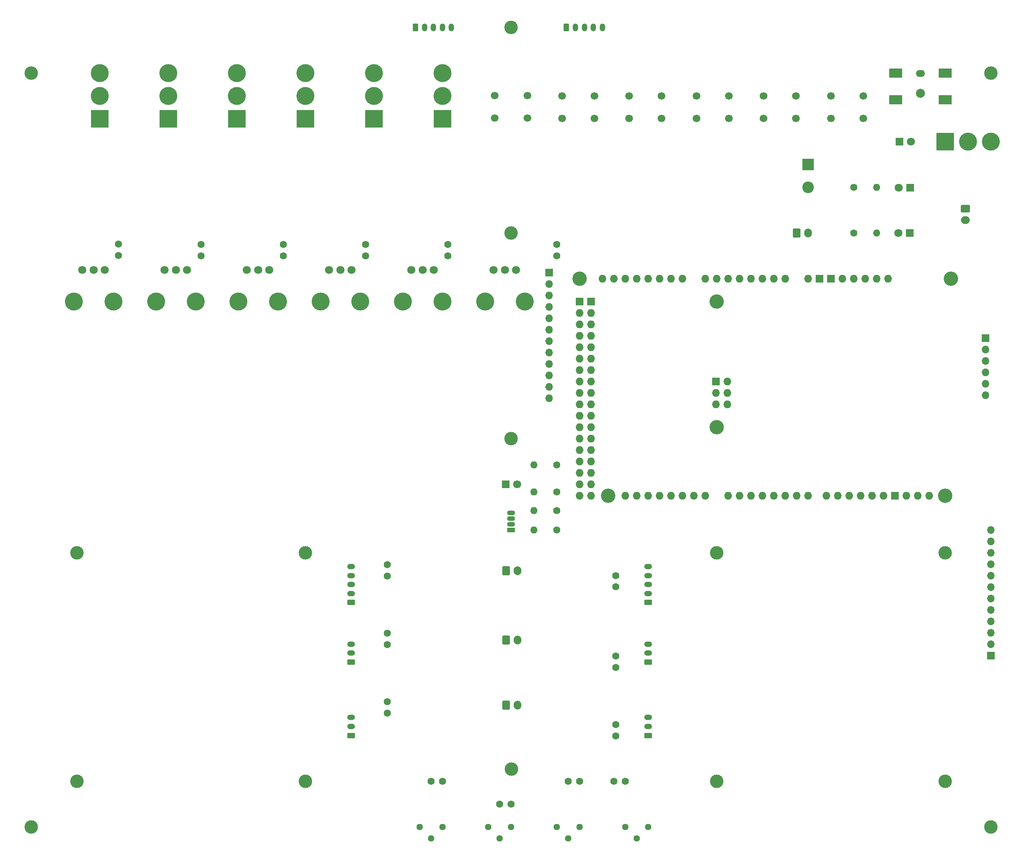
<source format=gbr>
%TF.GenerationSoftware,KiCad,Pcbnew,(7.0.0-0)*%
%TF.CreationDate,2024-03-29T02:07:55+01:00*%
%TF.ProjectId,universalRobotTx,756e6976-6572-4736-916c-526f626f7454,rev?*%
%TF.SameCoordinates,Original*%
%TF.FileFunction,Soldermask,Top*%
%TF.FilePolarity,Negative*%
%FSLAX46Y46*%
G04 Gerber Fmt 4.6, Leading zero omitted, Abs format (unit mm)*
G04 Created by KiCad (PCBNEW (7.0.0-0)) date 2024-03-29 02:07:55*
%MOMM*%
%LPD*%
G01*
G04 APERTURE LIST*
G04 Aperture macros list*
%AMRoundRect*
0 Rectangle with rounded corners*
0 $1 Rounding radius*
0 $2 $3 $4 $5 $6 $7 $8 $9 X,Y pos of 4 corners*
0 Add a 4 corners polygon primitive as box body*
4,1,4,$2,$3,$4,$5,$6,$7,$8,$9,$2,$3,0*
0 Add four circle primitives for the rounded corners*
1,1,$1+$1,$2,$3*
1,1,$1+$1,$4,$5*
1,1,$1+$1,$6,$7*
1,1,$1+$1,$8,$9*
0 Add four rect primitives between the rounded corners*
20,1,$1+$1,$2,$3,$4,$5,0*
20,1,$1+$1,$4,$5,$6,$7,0*
20,1,$1+$1,$6,$7,$8,$9,0*
20,1,$1+$1,$8,$9,$2,$3,0*%
G04 Aperture macros list end*
%ADD10R,1.700000X1.700000*%
%ADD11O,1.700000X1.700000*%
%ADD12O,1.727200X1.727200*%
%ADD13R,1.727200X1.727200*%
%ADD14C,3.200000*%
%ADD15R,4.000000X4.000000*%
%ADD16C,4.000000*%
%ADD17RoundRect,0.250000X-0.600000X-0.750000X0.600000X-0.750000X0.600000X0.750000X-0.600000X0.750000X0*%
%ADD18O,1.700000X2.000000*%
%ADD19RoundRect,0.250000X-0.750000X0.600000X-0.750000X-0.600000X0.750000X-0.600000X0.750000X0.600000X0*%
%ADD20O,2.000000X1.700000*%
%ADD21C,1.600000*%
%ADD22O,1.600000X1.600000*%
%ADD23R,2.600000X2.600000*%
%ADD24C,2.600000*%
%ADD25C,3.000000*%
%ADD26C,1.440000*%
%ADD27C,1.800000*%
%ADD28C,1.700000*%
%ADD29R,1.800000X1.800000*%
%ADD30R,1.800000X1.070000*%
%ADD31O,1.800000X1.070000*%
%ADD32O,1.750000X1.200000*%
%ADD33RoundRect,0.250000X0.625000X-0.350000X0.625000X0.350000X-0.625000X0.350000X-0.625000X-0.350000X0*%
%ADD34R,3.000000X2.000000*%
%ADD35C,2.000000*%
%ADD36O,2.000000X1.500000*%
%ADD37O,1.200000X1.750000*%
%ADD38RoundRect,0.250000X-0.350000X-0.625000X0.350000X-0.625000X0.350000X0.625000X-0.350000X0.625000X0*%
G04 APERTURE END LIST*
D10*
%TO.C,J13*%
X-20319999Y-134619999D03*
D11*
X-20319999Y-132079999D03*
X-20319999Y-129539999D03*
X-20319999Y-126999999D03*
X-20319999Y-124459999D03*
X-20319999Y-121919999D03*
X-20319999Y-119379999D03*
X-20319999Y-116839999D03*
X-20319999Y-114299999D03*
X-20319999Y-111759999D03*
X-20319999Y-109219999D03*
X-20319999Y-106679999D03*
%TD*%
D10*
%TO.C,J15*%
X-118540514Y-49471853D03*
D11*
X-118540514Y-52011853D03*
X-118540514Y-54551853D03*
X-118540514Y-57091853D03*
X-118540514Y-59631853D03*
X-118540514Y-62171853D03*
X-118540514Y-64711853D03*
X-118540514Y-67251853D03*
X-118540514Y-69791853D03*
X-118540514Y-72331853D03*
X-118540514Y-74871853D03*
X-118540514Y-77411853D03*
%TD*%
D10*
%TO.C,J14*%
X-21492353Y-64080078D03*
D11*
X-21492353Y-66620078D03*
X-21492353Y-69160078D03*
X-21492353Y-71700078D03*
X-21492353Y-74240078D03*
X-21492353Y-76780078D03*
%TD*%
D12*
%TO.C,A1*%
X-60959999Y-50799999D03*
X-36575999Y-99059999D03*
X-34035999Y-99059999D03*
X-78866999Y-76199999D03*
X-78866999Y-73659999D03*
X-48259999Y-50799999D03*
X-81406999Y-76199999D03*
X-78866999Y-78739999D03*
X-45719999Y-50799999D03*
D13*
X-111759999Y-55879999D03*
X-109219999Y-55879999D03*
X-81406999Y-73659999D03*
X-58419999Y-50799999D03*
X-55879999Y-50799999D03*
X-41655999Y-99059999D03*
D12*
X-111759999Y-58419999D03*
X-109219999Y-58419999D03*
X-111759999Y-60959999D03*
X-109219999Y-60959999D03*
X-111759999Y-63499999D03*
X-109219999Y-63499999D03*
X-111759999Y-66039999D03*
X-109219999Y-66039999D03*
X-111759999Y-68579999D03*
X-109219999Y-68579999D03*
X-111759999Y-71119999D03*
X-109219999Y-71119999D03*
X-111759999Y-73659999D03*
X-109219999Y-73659999D03*
X-111759999Y-76199999D03*
X-109219999Y-76199999D03*
X-111759999Y-78739999D03*
X-109219999Y-78739999D03*
X-111759999Y-81279999D03*
X-109219999Y-81279999D03*
X-111759999Y-83819999D03*
X-109219999Y-83819999D03*
X-111759999Y-86359999D03*
X-109219999Y-86359999D03*
X-111759999Y-88899999D03*
X-109219999Y-88899999D03*
X-111759999Y-91439999D03*
X-109219999Y-91439999D03*
X-111759999Y-93979999D03*
X-109219999Y-93979999D03*
X-111759999Y-96519999D03*
X-109219999Y-96519999D03*
X-101599999Y-99059999D03*
X-99059999Y-99059999D03*
X-96519999Y-99059999D03*
X-93979999Y-99059999D03*
X-91439999Y-99059999D03*
X-88899999Y-99059999D03*
X-86359999Y-99059999D03*
X-83819999Y-99059999D03*
X-44195999Y-99059999D03*
X-46735999Y-99059999D03*
X-49275999Y-99059999D03*
X-51815999Y-99059999D03*
X-54355999Y-99059999D03*
X-56895999Y-99059999D03*
X-60959999Y-99059999D03*
X-63499999Y-99059999D03*
X-66039999Y-99059999D03*
X-68579999Y-99059999D03*
X-71119999Y-99059999D03*
X-73659999Y-99059999D03*
X-76199999Y-99059999D03*
X-78739999Y-99059999D03*
X-39115999Y-99059999D03*
X-106679999Y-50799999D03*
X-104139999Y-50799999D03*
X-101599999Y-50799999D03*
X-99059999Y-50799999D03*
X-96519999Y-50799999D03*
X-93979999Y-50799999D03*
X-91439999Y-50799999D03*
X-88899999Y-50799999D03*
X-83819999Y-50799999D03*
X-81279999Y-50799999D03*
X-78739999Y-50799999D03*
X-76199999Y-50799999D03*
X-73659999Y-50799999D03*
X-71119999Y-50799999D03*
X-68579999Y-50799999D03*
X-66039999Y-50799999D03*
X-111759999Y-99059999D03*
X-109219999Y-99059999D03*
X-81406999Y-78739999D03*
X-53339999Y-50799999D03*
X-50799999Y-50799999D03*
D14*
X-111760000Y-50800000D03*
X-105410000Y-99060000D03*
X-81280000Y-55880000D03*
X-81280000Y-83820000D03*
D12*
X-43179999Y-50799999D03*
D14*
X-30480000Y-99060000D03*
X-29210000Y-50800000D03*
%TD*%
D15*
%TO.C,SW17*%
X-172719999Y-15239999D03*
D16*
X-172720000Y-10160000D03*
X-172720000Y-5080000D03*
%TD*%
%TO.C,SW16*%
X-142240000Y-5080000D03*
X-142240000Y-10160000D03*
D15*
X-142239999Y-15239999D03*
%TD*%
%TO.C,SW15*%
X-157479999Y-15239999D03*
D16*
X-157480000Y-10160000D03*
X-157480000Y-5080000D03*
%TD*%
D15*
%TO.C,SW14*%
X-203199999Y-15239999D03*
D16*
X-203200000Y-10160000D03*
X-203200000Y-5080000D03*
%TD*%
D15*
%TO.C,SW13*%
X-187959999Y-15239999D03*
D16*
X-187960000Y-10160000D03*
X-187960000Y-5080000D03*
%TD*%
D15*
%TO.C,SW1*%
X-218439999Y-15239999D03*
D16*
X-218440000Y-10160000D03*
X-218440000Y-5080000D03*
%TD*%
D17*
%TO.C,SW5*%
X-128080429Y-145661307D03*
D18*
X-125580428Y-145661306D03*
%TD*%
D17*
%TO.C,SW4*%
X-128080429Y-131199771D03*
D18*
X-125580428Y-131199770D03*
%TD*%
D17*
%TO.C,SW3*%
X-128080429Y-115761307D03*
D18*
X-125580428Y-115761306D03*
%TD*%
D19*
%TO.C,SW6*%
X-25999730Y-35277234D03*
D20*
X-25999729Y-37777233D03*
%TD*%
D21*
%TO.C,R6*%
X-116840000Y-92249283D03*
D22*
X-121919999Y-92249282D03*
%TD*%
D21*
%TO.C,R5*%
X-50800000Y-40640000D03*
D22*
X-45719999Y-40639999D03*
%TD*%
%TO.C,R4*%
X-121918787Y-98260331D03*
D21*
X-116838788Y-98260332D03*
%TD*%
%TO.C,R3*%
X-116840000Y-102409283D03*
D22*
X-121919999Y-102409282D03*
%TD*%
%TO.C,R2*%
X-121919999Y-106679999D03*
D21*
X-116840000Y-106680000D03*
%TD*%
%TO.C,R1*%
X-50800000Y-30480000D03*
D22*
X-45719999Y-30479999D03*
%TD*%
D23*
%TO.C,J3*%
X-60959999Y-25399999D03*
D24*
X-60960000Y-30480000D03*
%TD*%
D25*
%TO.C,H16*%
X-127000000Y5080000D03*
%TD*%
%TO.C,H15*%
X-20320000Y-5080000D03*
%TD*%
%TO.C,H3*%
X-127000000Y-40640000D03*
%TD*%
%TO.C,H2*%
X-126853531Y-159885931D03*
%TD*%
%TO.C,H1*%
X-127000000Y-86360000D03*
%TD*%
D26*
%TO.C,RV13*%
X-127000000Y-172720000D03*
X-129540000Y-175260000D03*
X-132080000Y-172720000D03*
%TD*%
%TO.C,RV12*%
X-111760000Y-172720000D03*
X-114300000Y-175260000D03*
X-116840000Y-172720000D03*
%TD*%
%TO.C,RV11*%
X-96520000Y-172720000D03*
X-99060000Y-175260000D03*
X-101600000Y-172720000D03*
%TD*%
%TO.C,RV7*%
X-142240000Y-172720000D03*
X-144780000Y-175260000D03*
X-147320000Y-172720000D03*
%TD*%
D16*
%TO.C,RV6*%
X-123952000Y-55880000D03*
X-132752000Y-55880000D03*
D27*
X-130852000Y-48880000D03*
X-128352000Y-48880000D03*
X-125852000Y-48880000D03*
%TD*%
D16*
%TO.C,RV5*%
X-142240000Y-55880000D03*
X-151040000Y-55880000D03*
D27*
X-149140000Y-48880000D03*
X-146640000Y-48880000D03*
X-144140000Y-48880000D03*
%TD*%
D16*
%TO.C,RV4*%
X-160528000Y-55880000D03*
X-169328000Y-55880000D03*
D27*
X-167428000Y-48880000D03*
X-164928000Y-48880000D03*
X-162428000Y-48880000D03*
%TD*%
D16*
%TO.C,RV3*%
X-178816000Y-55880000D03*
X-187616000Y-55880000D03*
D27*
X-185716000Y-48880000D03*
X-183216000Y-48880000D03*
X-180716000Y-48880000D03*
%TD*%
D16*
%TO.C,RV2*%
X-197104000Y-55880000D03*
X-205904000Y-55880000D03*
D27*
X-204004000Y-48880000D03*
X-201504000Y-48880000D03*
X-199004000Y-48880000D03*
%TD*%
%TO.C,RV1*%
X-217292000Y-48880000D03*
X-219792000Y-48880000D03*
X-222292000Y-48880000D03*
D16*
X-224192000Y-55880000D03*
X-215392000Y-55880000D03*
%TD*%
D28*
%TO.C,SW2*%
X-48680000Y-15160000D03*
X-55880000Y-15160000D03*
X-48680000Y-10160000D03*
X-55880000Y-10160000D03*
%TD*%
D27*
%TO.C,D3*%
X-40818345Y-30571326D03*
D29*
X-38278344Y-30571325D03*
%TD*%
D25*
%TO.C,H14*%
X-30480000Y-111760000D03*
%TD*%
D30*
%TO.C,D2*%
X-126999999Y-106679999D03*
D31*
X-126999999Y-105409999D03*
X-126999999Y-104139999D03*
X-126999999Y-102869999D03*
%TD*%
D28*
%TO.C,SW11*%
X-123379332Y-15123047D03*
X-130579332Y-15123047D03*
X-123379332Y-10123047D03*
X-130579332Y-10123047D03*
%TD*%
D21*
%TO.C,C3*%
X-103703118Y-116840000D03*
X-103703118Y-119340000D03*
%TD*%
D25*
%TO.C,H12*%
X-20320000Y-172720000D03*
%TD*%
%TO.C,H8*%
X-81280000Y-162560000D03*
%TD*%
D29*
%TO.C,D4*%
X-38308868Y-40639999D03*
D27*
X-40848869Y-40640000D03*
%TD*%
D25*
%TO.C,H13*%
X-172720000Y-162560000D03*
%TD*%
D28*
%TO.C,SW8*%
X-85759734Y-10160000D03*
X-78559734Y-10160000D03*
X-85759734Y-15160000D03*
X-78559734Y-15160000D03*
%TD*%
D32*
%TO.C,J7*%
X-96519999Y-148399999D03*
X-96519999Y-150399999D03*
D33*
X-96520000Y-152400000D03*
%TD*%
D25*
%TO.C,H10*%
X-172720000Y-111760000D03*
%TD*%
D33*
%TO.C,J2*%
X-96520000Y-122840000D03*
D32*
X-96519999Y-120839999D03*
X-96519999Y-118839999D03*
X-96519999Y-116839999D03*
X-96519999Y-114839999D03*
%TD*%
D33*
%TO.C,J9*%
X-162560000Y-136080000D03*
D32*
X-162559999Y-134079999D03*
X-162559999Y-132079999D03*
%TD*%
D28*
%TO.C,SW10*%
X-108439466Y-15160000D03*
X-115639466Y-15160000D03*
X-108439466Y-10160000D03*
X-115639466Y-10160000D03*
%TD*%
D17*
%TO.C,J11*%
X-63460000Y-40640000D03*
D18*
X-60959999Y-40639999D03*
%TD*%
D27*
%TO.C,D5*%
X-38100000Y-20320000D03*
D29*
X-40639999Y-20319999D03*
%TD*%
D34*
%TO.C,J12*%
X-41479999Y-5079999D03*
X-41479999Y-11079999D03*
X-30479999Y-11079999D03*
X-30479999Y-5079999D03*
D35*
X-35980000Y-9580000D03*
D36*
X-35979999Y-5179999D03*
%TD*%
D25*
%TO.C,H7*%
X-223520000Y-162560000D03*
%TD*%
D21*
%TO.C,C17*%
X-101600000Y-162560000D03*
X-104100000Y-162560000D03*
%TD*%
%TO.C,C2*%
X-103703118Y-134781657D03*
X-103703118Y-137281657D03*
%TD*%
%TO.C,C12*%
X-116840000Y-45720000D03*
X-116840000Y-43220000D03*
%TD*%
D33*
%TO.C,J1*%
X-162560000Y-122840000D03*
D32*
X-162559999Y-120839999D03*
X-162559999Y-118839999D03*
X-162559999Y-116839999D03*
X-162559999Y-114839999D03*
%TD*%
D28*
%TO.C,SW9*%
X-63619868Y-15160000D03*
X-70819868Y-15160000D03*
X-63619868Y-10160000D03*
X-70819868Y-10160000D03*
%TD*%
D21*
%TO.C,C5*%
X-154503118Y-129701657D03*
X-154503118Y-132201657D03*
%TD*%
%TO.C,C8*%
X-195936020Y-45720000D03*
X-195936020Y-43220000D03*
%TD*%
%TO.C,C18*%
X-114260000Y-162560000D03*
X-111760000Y-162560000D03*
%TD*%
%TO.C,C7*%
X-214234683Y-45649417D03*
X-214234683Y-43149417D03*
%TD*%
%TO.C,C19*%
X-129500000Y-167640000D03*
X-127000000Y-167640000D03*
%TD*%
D25*
%TO.C,H9*%
X-233680000Y-172720000D03*
%TD*%
D16*
%TO.C,SW7*%
X-20320000Y-20320000D03*
X-25400000Y-20320000D03*
D15*
X-30479999Y-20319999D03*
%TD*%
D21*
%TO.C,C13*%
X-142240000Y-162560000D03*
X-144740000Y-162560000D03*
%TD*%
%TO.C,C4*%
X-154503118Y-144941657D03*
X-154503118Y-147441657D03*
%TD*%
%TO.C,C6*%
X-154503118Y-116961657D03*
X-154503118Y-114461657D03*
%TD*%
D33*
%TO.C,J8*%
X-162560000Y-152400000D03*
D32*
X-162559999Y-150399999D03*
X-162559999Y-148399999D03*
%TD*%
D37*
%TO.C,J4*%
X-140239999Y5079999D03*
X-142239999Y5079999D03*
X-144239999Y5079999D03*
X-146239999Y5079999D03*
D38*
X-148240000Y5080000D03*
%TD*%
D25*
%TO.C,H5*%
X-81280000Y-111760000D03*
%TD*%
D29*
%TO.C,D1*%
X-128194297Y-96519999D03*
D27*
X-125654298Y-96520000D03*
%TD*%
D21*
%TO.C,C11*%
X-141040028Y-43235024D03*
X-141040028Y-45735024D03*
%TD*%
%TO.C,C1*%
X-103703118Y-150021657D03*
X-103703118Y-152521657D03*
%TD*%
D38*
%TO.C,J5*%
X-114680000Y5080000D03*
D37*
X-112679999Y5079999D03*
X-110679999Y5079999D03*
X-108679999Y5079999D03*
X-106679999Y5079999D03*
%TD*%
D25*
%TO.C,H11*%
X-30480000Y-162560000D03*
%TD*%
%TO.C,H6*%
X-233680000Y-5080000D03*
%TD*%
D28*
%TO.C,SW12*%
X-93499600Y-15160000D03*
X-100699600Y-15160000D03*
X-93499600Y-10160000D03*
X-100699600Y-10160000D03*
%TD*%
D25*
%TO.C,H4*%
X-223520000Y-111760000D03*
%TD*%
D21*
%TO.C,C10*%
X-159338694Y-45720000D03*
X-159338694Y-43220000D03*
%TD*%
D33*
%TO.C,J6*%
X-96520000Y-136080000D03*
D32*
X-96519999Y-134079999D03*
X-96519999Y-132079999D03*
%TD*%
D21*
%TO.C,C9*%
X-177637357Y-45720000D03*
X-177637357Y-43220000D03*
%TD*%
M02*

</source>
